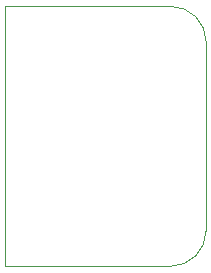
<source format=gbr>
%TF.GenerationSoftware,KiCad,Pcbnew,9.0.0*%
%TF.CreationDate,2025-04-11T10:11:51-04:00*%
%TF.ProjectId,lsm6dso_breakout,6c736d36-6473-46f5-9f62-7265616b6f75,rev?*%
%TF.SameCoordinates,Original*%
%TF.FileFunction,Profile,NP*%
%FSLAX46Y46*%
G04 Gerber Fmt 4.6, Leading zero omitted, Abs format (unit mm)*
G04 Created by KiCad (PCBNEW 9.0.0) date 2025-04-11 10:11:51*
%MOMM*%
%LPD*%
G01*
G04 APERTURE LIST*
%TA.AperFunction,Profile*%
%ADD10C,0.050000*%
%TD*%
G04 APERTURE END LIST*
D10*
X167878680Y-111878680D02*
G75*
G02*
X164878680Y-114878680I-3000000J0D01*
G01*
X164878680Y-92878680D02*
G75*
G02*
X167878680Y-95878680I0J-3000000D01*
G01*
X167878680Y-95878680D02*
X167878680Y-111878680D01*
X150878680Y-92878680D02*
X164878680Y-92878680D01*
X150878680Y-92878680D02*
X150878680Y-114878680D01*
X150878680Y-114878680D02*
X164878680Y-114878680D01*
M02*

</source>
